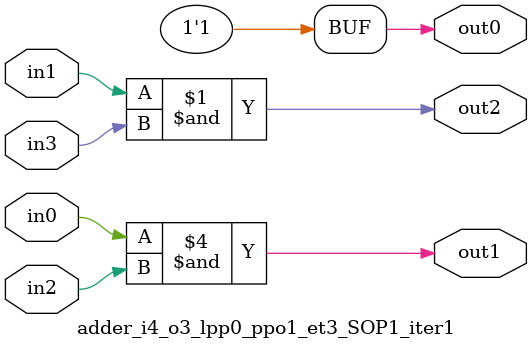
<source format=v>
/* Generated by Yosys 0.34+27 (git sha1 7d30f716e, clang 10.0.0-4ubuntu1 -fPIC -Os) */

module adder_i4_o3_lpp0_ppo1_et3_SOP1_iter1(in3, in2, in1, in0, out0, out1, out2);
  wire _0_;
  wire _1_;
  input in0;
  wire in0;
  input in1;
  wire in1;
  input in2;
  wire in2;
  input in3;
  wire in3;
  output out0;
  wire out0;
  output out1;
  wire out1;
  output out2;
  wire out2;
  assign _0_ = ~(in1 & in3);
  assign out2 = ~_0_;
  assign _1_ = ~(in0 & in2);
  assign out1 = ~_1_;
  assign out0 = 1'h1;
endmodule

</source>
